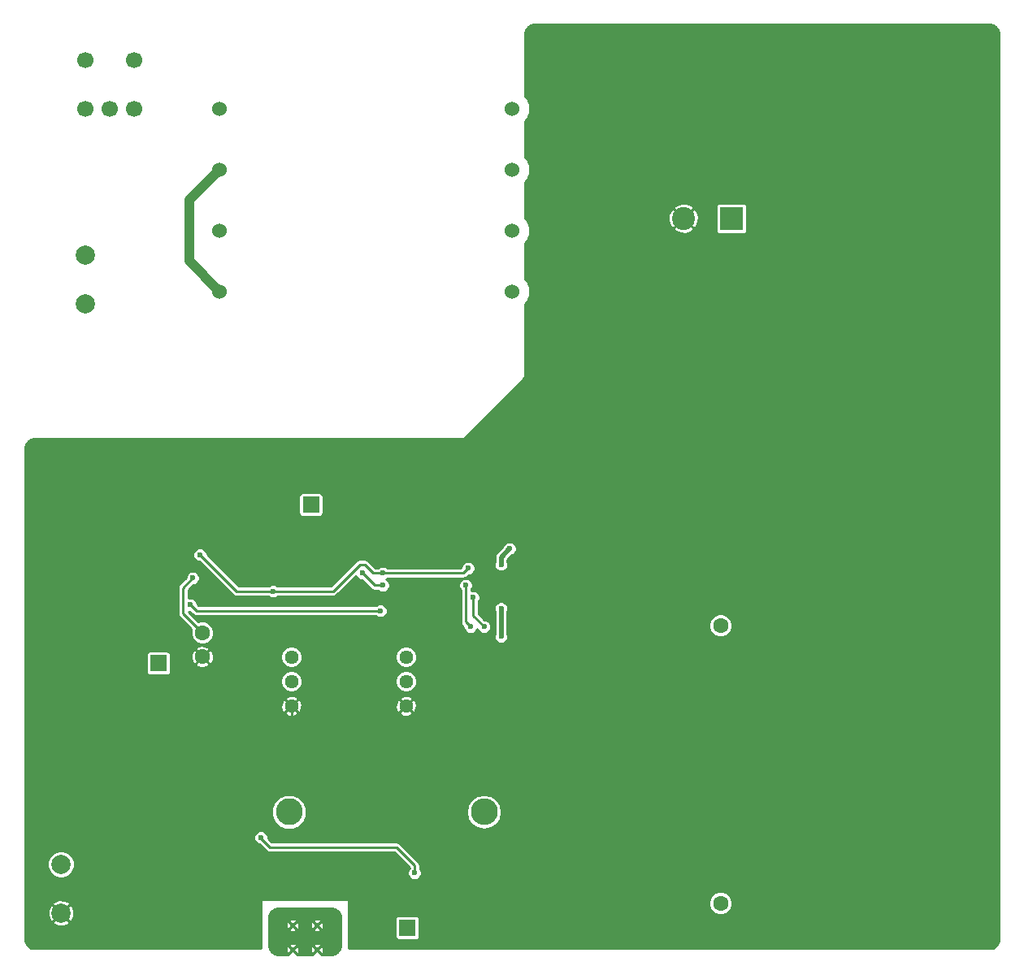
<source format=gbl>
G04 #@! TF.FileFunction,Copper,L2,Bot,Signal*
%FSLAX46Y46*%
G04 Gerber Fmt 4.6, Leading zero omitted, Abs format (unit mm)*
G04 Created by KiCad (PCBNEW 4.0.7) date 04/11/19 03:01:07*
%MOMM*%
%LPD*%
G01*
G04 APERTURE LIST*
%ADD10C,0.100000*%
%ADD11C,1.600000*%
%ADD12R,2.400000X2.400000*%
%ADD13C,2.400000*%
%ADD14C,0.600000*%
%ADD15C,2.000000*%
%ADD16C,2.800000*%
%ADD17O,2.800000X2.800000*%
%ADD18C,1.440000*%
%ADD19C,1.700000*%
%ADD20C,1.524000*%
%ADD21R,1.700000X1.700000*%
%ADD22C,0.500000*%
%ADD23C,0.250000*%
%ADD24C,1.000000*%
G04 APERTURE END LIST*
D10*
D11*
X118237000Y-85598000D03*
X118237000Y-114548000D03*
D12*
X119380000Y-43180000D03*
D13*
X114380000Y-43180000D03*
D11*
X64262000Y-86360000D03*
X64262000Y-88860000D03*
D14*
X73660000Y-119380000D03*
X76200000Y-119380000D03*
X76200000Y-116840000D03*
X73660000Y-116840000D03*
D15*
X52070000Y-46990000D03*
X52070000Y-52070000D03*
D16*
X73279000Y-105029000D03*
D17*
X93599000Y-105029000D03*
D18*
X85471000Y-88900000D03*
X85471000Y-91440000D03*
X85471000Y-93980000D03*
X73533000Y-88900000D03*
X73533000Y-91440000D03*
X73533000Y-93980000D03*
D19*
X52070000Y-26670000D03*
X57150000Y-26670000D03*
X52070000Y-31750000D03*
X54610000Y-31750000D03*
X57150000Y-31750000D03*
D20*
X66040000Y-31750000D03*
X66040000Y-38100000D03*
X66040000Y-44450000D03*
X66040000Y-50800000D03*
X96520000Y-31750000D03*
X96520000Y-38100000D03*
X96520000Y-44450000D03*
X96520000Y-50800000D03*
D15*
X49530000Y-110490000D03*
X49530000Y-115570000D03*
D21*
X75565000Y-73025000D03*
X59690000Y-89535000D03*
X85598000Y-117094000D03*
D14*
X95377000Y-86741000D03*
X95377000Y-83820000D03*
X95377000Y-79248000D03*
X96266000Y-77597000D03*
X98425000Y-53975000D03*
X98425000Y-55245000D03*
X98425000Y-56515000D03*
X98425000Y-59055000D03*
X98425000Y-57785000D03*
X62230000Y-117983000D03*
X62230000Y-116713000D03*
X76708000Y-75565000D03*
X129159000Y-76454000D03*
X129032000Y-70993000D03*
X132207000Y-73660000D03*
X64770000Y-99695000D03*
X63500000Y-99695000D03*
X62230000Y-99695000D03*
X62230000Y-100965000D03*
X62230000Y-102235000D03*
X62230000Y-103505000D03*
X48260000Y-107315000D03*
X49530000Y-107315000D03*
X50800000Y-107315000D03*
X52070000Y-107315000D03*
X53340000Y-106045000D03*
X54610000Y-104775000D03*
X57150000Y-104775000D03*
X58420000Y-104775000D03*
X62230000Y-104775000D03*
X60960000Y-104775000D03*
X62230000Y-115570000D03*
X60960000Y-115570000D03*
X52070000Y-115570000D03*
X53340000Y-115570000D03*
X54610000Y-115570000D03*
X57150000Y-115570000D03*
X58420000Y-115570000D03*
X86995000Y-114935000D03*
X88900000Y-114935000D03*
X90170000Y-113665000D03*
X91440000Y-112395000D03*
X92710000Y-111125000D03*
X93980000Y-109855000D03*
X95250000Y-108585000D03*
X96520000Y-107315000D03*
X97790000Y-106045000D03*
X97790000Y-104775000D03*
X97155000Y-102870000D03*
X97155000Y-100965000D03*
X97155000Y-99695000D03*
X97155000Y-98425000D03*
X97155000Y-97155000D03*
X97155000Y-95885000D03*
X97155000Y-94615000D03*
X97155000Y-93345000D03*
X97155000Y-92075000D03*
X97155000Y-90805000D03*
X97155000Y-89535000D03*
X97155000Y-88265000D03*
X97155000Y-86995000D03*
X98425000Y-86995000D03*
X99695000Y-86995000D03*
X100965000Y-86995000D03*
X102870000Y-86995000D03*
X104140000Y-86995000D03*
X105410000Y-85725000D03*
X106680000Y-84455000D03*
X107950000Y-83185000D03*
X109220000Y-81915000D03*
X110490000Y-80645000D03*
X116840000Y-79375000D03*
X116840000Y-78105000D03*
X116840000Y-76835000D03*
X116840000Y-75565000D03*
X116840000Y-74295000D03*
X116840000Y-73025000D03*
X115570000Y-73025000D03*
X114300000Y-73025000D03*
X113030000Y-73025000D03*
X113030000Y-74295000D03*
X113030000Y-75565000D03*
X113030000Y-76835000D03*
X113030000Y-78105000D03*
X111760000Y-79375000D03*
X90805000Y-92710000D03*
X89535000Y-93980000D03*
X88265000Y-95250000D03*
X81915000Y-95250000D03*
X80010000Y-95250000D03*
X80010000Y-93980000D03*
X80010000Y-92075000D03*
X77470000Y-92075000D03*
X77470000Y-93980000D03*
X77470000Y-95885000D03*
X76200000Y-97155000D03*
X74295000Y-97155000D03*
X72390000Y-97155000D03*
X70485000Y-97155000D03*
X69215000Y-95885000D03*
X69215000Y-93980000D03*
X69215000Y-92075000D03*
X67310000Y-92075000D03*
X65405000Y-92075000D03*
X63500000Y-92075000D03*
X61595000Y-92075000D03*
X59690000Y-92075000D03*
X57785000Y-92075000D03*
X57785000Y-90170000D03*
X57785000Y-88900000D03*
X57785000Y-86995000D03*
X57785000Y-85090000D03*
X57785000Y-83185000D03*
X57785000Y-81280000D03*
X57785000Y-79375000D03*
X57785000Y-77470000D03*
X57785000Y-75565000D03*
X59690000Y-75565000D03*
X60960000Y-75565000D03*
X62865000Y-75565000D03*
X64770000Y-75565000D03*
X66675000Y-75565000D03*
X68580000Y-75565000D03*
X70485000Y-75565000D03*
X72390000Y-75565000D03*
X74295000Y-75565000D03*
X78105000Y-75565000D03*
X80010000Y-75565000D03*
X81915000Y-75565000D03*
X83820000Y-75565000D03*
X85725000Y-75565000D03*
X87630000Y-75565000D03*
X89535000Y-75565000D03*
X91440000Y-75565000D03*
X93345000Y-75565000D03*
X95250000Y-75565000D03*
X96520000Y-74295000D03*
X97790000Y-73025000D03*
X97790000Y-71755000D03*
X97790000Y-70485000D03*
X97790000Y-69215000D03*
X97790000Y-67945000D03*
X97790000Y-66675000D03*
X97790000Y-65405000D03*
X97790000Y-64135000D03*
X97790000Y-62865000D03*
X97790000Y-61595000D03*
X97790000Y-60325000D03*
X93345000Y-92075000D03*
X92710000Y-93345000D03*
X91440000Y-94615000D03*
X90170000Y-95885000D03*
X88900000Y-97155000D03*
X87630000Y-98425000D03*
X86360000Y-98425000D03*
X85090000Y-98425000D03*
X83820000Y-98425000D03*
X82550000Y-98425000D03*
X81280000Y-98425000D03*
X80010000Y-98425000D03*
X78740000Y-98425000D03*
X77470000Y-99695000D03*
X76200000Y-100965000D03*
X111760000Y-55880000D03*
X146685000Y-60198000D03*
X146685000Y-56642000D03*
X146558000Y-37973000D03*
X146558000Y-34163000D03*
X66040000Y-99568000D03*
X80391000Y-114808000D03*
X81534000Y-112014000D03*
X86233000Y-113030000D03*
X71501000Y-79502000D03*
X117983000Y-70358000D03*
X91948000Y-78486000D03*
X101346000Y-49530000D03*
X114808000Y-27940000D03*
X111760000Y-63119000D03*
X111760000Y-65659000D03*
X94107000Y-81915000D03*
X97790000Y-83185000D03*
X101346000Y-83947000D03*
X103886000Y-78486000D03*
X109982000Y-78740000D03*
X59690000Y-104775000D03*
X55880000Y-104775000D03*
X59690000Y-115570000D03*
X55880000Y-115570000D03*
X62992000Y-83439000D03*
X82804000Y-84074000D03*
X80899000Y-80137000D03*
X83058000Y-81407000D03*
X64008000Y-78232000D03*
X71628000Y-82042000D03*
X83058000Y-80137000D03*
X91948000Y-79629000D03*
X63258000Y-80657000D03*
X86360000Y-111379000D03*
X70358000Y-107696000D03*
X93599000Y-85725000D03*
X92456000Y-82677000D03*
X91694000Y-81407000D03*
X92202000Y-85725000D03*
D22*
X95377000Y-83820000D02*
X95377000Y-86741000D01*
X95377000Y-78486000D02*
X95377000Y-79248000D01*
X96266000Y-77597000D02*
X95377000Y-78486000D01*
D23*
X98425000Y-53975000D02*
X98425000Y-53340000D01*
X98425000Y-53340000D02*
X101346000Y-50419000D01*
X101346000Y-50419000D02*
X101346000Y-49530000D01*
X98425000Y-55245000D02*
X98425000Y-56515000D01*
X98425000Y-59055000D02*
X98425000Y-57785000D01*
X62230000Y-116713000D02*
X62230000Y-117983000D01*
X76708000Y-75565000D02*
X74295000Y-75565000D01*
X64770000Y-99695000D02*
X65913000Y-99695000D01*
X65913000Y-99695000D02*
X66040000Y-99568000D01*
X62230000Y-99695000D02*
X63500000Y-99695000D01*
X62230000Y-102235000D02*
X62230000Y-100965000D01*
X62230000Y-104775000D02*
X62230000Y-103505000D01*
X50800000Y-107315000D02*
X49530000Y-107315000D01*
X53340000Y-106045000D02*
X52070000Y-107315000D01*
X57150000Y-104775000D02*
X55880000Y-104775000D01*
X59690000Y-104775000D02*
X58420000Y-104775000D01*
X59690000Y-104775000D02*
X60960000Y-104775000D01*
X59690000Y-115570000D02*
X60960000Y-115570000D01*
X54610000Y-115570000D02*
X53340000Y-115570000D01*
X58420000Y-115570000D02*
X57150000Y-115570000D01*
X88900000Y-114935000D02*
X86995000Y-114935000D01*
X91440000Y-112395000D02*
X90170000Y-113665000D01*
X93980000Y-109855000D02*
X92710000Y-111125000D01*
X96520000Y-107315000D02*
X95250000Y-108585000D01*
X97790000Y-104775000D02*
X97790000Y-106045000D01*
X97155000Y-100965000D02*
X97155000Y-102870000D01*
X97155000Y-98425000D02*
X97155000Y-99695000D01*
X97155000Y-95885000D02*
X97155000Y-97155000D01*
X97155000Y-93345000D02*
X97155000Y-94615000D01*
X97155000Y-90805000D02*
X97155000Y-92075000D01*
X97155000Y-88265000D02*
X97155000Y-89535000D01*
X98425000Y-86995000D02*
X97155000Y-86995000D01*
X100965000Y-86995000D02*
X99695000Y-86995000D01*
X104140000Y-86995000D02*
X102870000Y-86995000D01*
X106680000Y-84455000D02*
X105410000Y-85725000D01*
X109220000Y-81915000D02*
X107950000Y-83185000D01*
X111760000Y-79375000D02*
X110490000Y-80645000D01*
X116840000Y-76835000D02*
X116840000Y-78105000D01*
X116840000Y-74295000D02*
X116840000Y-75565000D01*
X115570000Y-73025000D02*
X116840000Y-73025000D01*
X113030000Y-73025000D02*
X114300000Y-73025000D01*
X113030000Y-75565000D02*
X113030000Y-74295000D01*
X113030000Y-78105000D02*
X113030000Y-76835000D01*
X109982000Y-78740000D02*
X111125000Y-78740000D01*
X111125000Y-78740000D02*
X111760000Y-79375000D01*
X89535000Y-93980000D02*
X90805000Y-92710000D01*
X81915000Y-95250000D02*
X88265000Y-95250000D01*
X80010000Y-93980000D02*
X80010000Y-95250000D01*
X77470000Y-92075000D02*
X80010000Y-92075000D01*
X77470000Y-95885000D02*
X77470000Y-93980000D01*
X74295000Y-97155000D02*
X76200000Y-97155000D01*
X70485000Y-97155000D02*
X72390000Y-97155000D01*
X69215000Y-93980000D02*
X69215000Y-95885000D01*
X67310000Y-92075000D02*
X69215000Y-92075000D01*
X63500000Y-92075000D02*
X65405000Y-92075000D01*
X59690000Y-92075000D02*
X61595000Y-92075000D01*
X57785000Y-90170000D02*
X57785000Y-92075000D01*
X57785000Y-86995000D02*
X57785000Y-88900000D01*
X57785000Y-83185000D02*
X57785000Y-85090000D01*
X57785000Y-79375000D02*
X57785000Y-81280000D01*
X57785000Y-75565000D02*
X57785000Y-77470000D01*
X60960000Y-75565000D02*
X59690000Y-75565000D01*
X64770000Y-75565000D02*
X62865000Y-75565000D01*
X68580000Y-75565000D02*
X66675000Y-75565000D01*
X72390000Y-75565000D02*
X70485000Y-75565000D01*
X80010000Y-75565000D02*
X78105000Y-75565000D01*
X83820000Y-75565000D02*
X81915000Y-75565000D01*
X87630000Y-75565000D02*
X85725000Y-75565000D01*
X91440000Y-75565000D02*
X89535000Y-75565000D01*
X95250000Y-75565000D02*
X93345000Y-75565000D01*
X97790000Y-73025000D02*
X96520000Y-74295000D01*
X97790000Y-70485000D02*
X97790000Y-71755000D01*
X97790000Y-67945000D02*
X97790000Y-69215000D01*
X97790000Y-65405000D02*
X97790000Y-66675000D01*
X97790000Y-62865000D02*
X97790000Y-64135000D01*
X97790000Y-60325000D02*
X97790000Y-61595000D01*
X92710000Y-93345000D02*
X93345000Y-92710000D01*
X93345000Y-92710000D02*
X93345000Y-92075000D01*
X90170000Y-95885000D02*
X91440000Y-94615000D01*
X87630000Y-98425000D02*
X88900000Y-97155000D01*
X85090000Y-98425000D02*
X86360000Y-98425000D01*
X82550000Y-98425000D02*
X83820000Y-98425000D01*
X78740000Y-98425000D02*
X80010000Y-98425000D01*
X73533000Y-93980000D02*
X73533000Y-98298000D01*
X73533000Y-98298000D02*
X76200000Y-100965000D01*
X117983000Y-70358000D02*
X117983000Y-70485000D01*
X117983000Y-70485000D02*
X117983000Y-70358000D01*
X78994000Y-84074000D02*
X63627000Y-84074000D01*
X63627000Y-84074000D02*
X62992000Y-83439000D01*
X82804000Y-84074000D02*
X78994000Y-84074000D01*
X83058000Y-81407000D02*
X82169000Y-81407000D01*
X82169000Y-81407000D02*
X80899000Y-80137000D01*
X83058000Y-81407000D02*
X82931000Y-81407000D01*
X67945000Y-82042000D02*
X67818000Y-82042000D01*
X67818000Y-82042000D02*
X64008000Y-78232000D01*
X71628000Y-82042000D02*
X67945000Y-82042000D01*
X80645000Y-79248000D02*
X77851000Y-82042000D01*
X77851000Y-82042000D02*
X71628000Y-82042000D01*
X81153000Y-79248000D02*
X80645000Y-79248000D01*
X82042000Y-80137000D02*
X81153000Y-79248000D01*
X83058000Y-80137000D02*
X82042000Y-80137000D01*
X91440000Y-80137000D02*
X83058000Y-80137000D01*
X91948000Y-79629000D02*
X91440000Y-80137000D01*
X63258000Y-80657000D02*
X62230000Y-81685000D01*
X62230000Y-81685000D02*
X62230000Y-84328000D01*
X62230000Y-84328000D02*
X64262000Y-86360000D01*
X84455000Y-108712000D02*
X86360000Y-110617000D01*
X86360000Y-110617000D02*
X86360000Y-111379000D01*
X71247000Y-108712000D02*
X84455000Y-108712000D01*
X70358000Y-107823000D02*
X71247000Y-108712000D01*
X70358000Y-107696000D02*
X70358000Y-107823000D01*
X92456000Y-82677000D02*
X92456000Y-84582000D01*
X92456000Y-84582000D02*
X93599000Y-85725000D01*
D24*
X66040000Y-38100000D02*
X62865000Y-41275000D01*
X62865000Y-41275000D02*
X62865000Y-47625000D01*
X62865000Y-47625000D02*
X66040000Y-50800000D01*
D23*
X91694000Y-81407000D02*
X91694000Y-85217000D01*
X91694000Y-85217000D02*
X92202000Y-85725000D01*
G36*
X146653910Y-23053867D02*
X146936987Y-23243013D01*
X147126133Y-23526090D01*
X147195000Y-23872310D01*
X147195000Y-118367690D01*
X147126133Y-118713910D01*
X146936987Y-118996987D01*
X146653910Y-119186133D01*
X146307690Y-119255000D01*
X79500000Y-119255000D01*
X79500000Y-116244000D01*
X84314674Y-116244000D01*
X84314674Y-117944000D01*
X84344309Y-118101496D01*
X84437389Y-118246146D01*
X84579412Y-118343186D01*
X84748000Y-118377326D01*
X86448000Y-118377326D01*
X86605496Y-118347691D01*
X86750146Y-118254611D01*
X86847186Y-118112588D01*
X86881326Y-117944000D01*
X86881326Y-116244000D01*
X86851691Y-116086504D01*
X86758611Y-115941854D01*
X86616588Y-115844814D01*
X86448000Y-115810674D01*
X84748000Y-115810674D01*
X84590504Y-115840309D01*
X84445854Y-115933389D01*
X84348814Y-116075412D01*
X84314674Y-116244000D01*
X79500000Y-116244000D01*
X79500000Y-114790599D01*
X117011788Y-114790599D01*
X117197890Y-115241000D01*
X117542187Y-115585899D01*
X117992263Y-115772787D01*
X118479599Y-115773212D01*
X118930000Y-115587110D01*
X119274899Y-115242813D01*
X119461787Y-114792737D01*
X119462212Y-114305401D01*
X119276110Y-113855000D01*
X118931813Y-113510101D01*
X118481737Y-113323213D01*
X117994401Y-113322788D01*
X117544000Y-113508890D01*
X117199101Y-113853187D01*
X117012213Y-114303263D01*
X117011788Y-114790599D01*
X79500000Y-114790599D01*
X79500000Y-114300000D01*
X79491451Y-114254568D01*
X79464601Y-114212841D01*
X79423632Y-114184848D01*
X79375000Y-114175000D01*
X70485000Y-114175000D01*
X70439568Y-114183549D01*
X70397841Y-114210399D01*
X70369848Y-114251368D01*
X70360000Y-114300000D01*
X70360000Y-119255000D01*
X46732310Y-119255000D01*
X46386090Y-119186133D01*
X46103013Y-118996987D01*
X45913867Y-118713910D01*
X45845000Y-118367690D01*
X45845000Y-116495926D01*
X48604781Y-116495926D01*
X48705767Y-116705310D01*
X49202973Y-116934310D01*
X49749965Y-116955605D01*
X50263470Y-116765956D01*
X50354233Y-116705310D01*
X50455219Y-116495926D01*
X49530000Y-115570707D01*
X48604781Y-116495926D01*
X45845000Y-116495926D01*
X45845000Y-115789965D01*
X48144395Y-115789965D01*
X48334044Y-116303470D01*
X48394690Y-116394233D01*
X48604074Y-116495219D01*
X49529293Y-115570000D01*
X49530707Y-115570000D01*
X50455926Y-116495219D01*
X50665310Y-116394233D01*
X50894310Y-115897027D01*
X50915605Y-115350035D01*
X50725956Y-114836530D01*
X50665310Y-114745767D01*
X50455926Y-114644781D01*
X49530707Y-115570000D01*
X49529293Y-115570000D01*
X48604074Y-114644781D01*
X48394690Y-114745767D01*
X48165690Y-115242973D01*
X48144395Y-115789965D01*
X45845000Y-115789965D01*
X45845000Y-114644074D01*
X48604781Y-114644074D01*
X49530000Y-115569293D01*
X50455219Y-114644074D01*
X50354233Y-114434690D01*
X49857027Y-114205690D01*
X49310035Y-114184395D01*
X48796530Y-114374044D01*
X48705767Y-114434690D01*
X48604781Y-114644074D01*
X45845000Y-114644074D01*
X45845000Y-110772206D01*
X48104754Y-110772206D01*
X48321240Y-111296143D01*
X48721749Y-111697351D01*
X49245307Y-111914752D01*
X49812206Y-111915246D01*
X50336143Y-111698760D01*
X50737351Y-111298251D01*
X50954752Y-110774693D01*
X50955246Y-110207794D01*
X50738760Y-109683857D01*
X50338251Y-109282649D01*
X49814693Y-109065248D01*
X49247794Y-109064754D01*
X48723857Y-109281240D01*
X48322649Y-109681749D01*
X48105248Y-110205307D01*
X48104754Y-110772206D01*
X45845000Y-110772206D01*
X45845000Y-107839579D01*
X69632874Y-107839579D01*
X69743016Y-108106143D01*
X69946784Y-108310267D01*
X70153132Y-108395950D01*
X70858091Y-109100909D01*
X71036524Y-109220134D01*
X71247000Y-109262000D01*
X84227182Y-109262000D01*
X85810000Y-110844818D01*
X85810000Y-110903629D01*
X85745733Y-110967784D01*
X85635126Y-111234156D01*
X85634874Y-111522579D01*
X85745016Y-111789143D01*
X85948784Y-111993267D01*
X86215156Y-112103874D01*
X86503579Y-112104126D01*
X86770143Y-111993984D01*
X86974267Y-111790216D01*
X87084874Y-111523844D01*
X87085126Y-111235421D01*
X86974984Y-110968857D01*
X86910000Y-110903759D01*
X86910000Y-110617000D01*
X86868134Y-110406524D01*
X86748909Y-110228091D01*
X84843909Y-108323091D01*
X84665476Y-108203866D01*
X84455000Y-108162000D01*
X71474818Y-108162000D01*
X71082936Y-107770118D01*
X71083126Y-107552421D01*
X70972984Y-107285857D01*
X70769216Y-107081733D01*
X70502844Y-106971126D01*
X70214421Y-106970874D01*
X69947857Y-107081016D01*
X69743733Y-107284784D01*
X69633126Y-107551156D01*
X69632874Y-107839579D01*
X45845000Y-107839579D01*
X45845000Y-105390422D01*
X71453684Y-105390422D01*
X71730938Y-106061429D01*
X72243871Y-106575258D01*
X72914392Y-106853683D01*
X73640422Y-106854316D01*
X74311429Y-106577062D01*
X74825258Y-106064129D01*
X75103683Y-105393608D01*
X75104000Y-105029000D01*
X91738246Y-105029000D01*
X91877166Y-105727397D01*
X92272776Y-106319470D01*
X92864849Y-106715080D01*
X93563246Y-106854000D01*
X93634754Y-106854000D01*
X94333151Y-106715080D01*
X94925224Y-106319470D01*
X95320834Y-105727397D01*
X95459754Y-105029000D01*
X95320834Y-104330603D01*
X94925224Y-103738530D01*
X94333151Y-103342920D01*
X93634754Y-103204000D01*
X93563246Y-103204000D01*
X92864849Y-103342920D01*
X92272776Y-103738530D01*
X91877166Y-104330603D01*
X91738246Y-105029000D01*
X75104000Y-105029000D01*
X75104316Y-104667578D01*
X74827062Y-103996571D01*
X74314129Y-103482742D01*
X73643608Y-103204317D01*
X72917578Y-103203684D01*
X72246571Y-103480938D01*
X71732742Y-103993871D01*
X71454317Y-104664392D01*
X71453684Y-105390422D01*
X45845000Y-105390422D01*
X45845000Y-94704058D01*
X72809650Y-94704058D01*
X72876571Y-94884348D01*
X73272618Y-95066713D01*
X73708305Y-95083636D01*
X74117304Y-94932540D01*
X74189429Y-94884348D01*
X74256350Y-94704058D01*
X84747650Y-94704058D01*
X84814571Y-94884348D01*
X85210618Y-95066713D01*
X85646305Y-95083636D01*
X86055304Y-94932540D01*
X86127429Y-94884348D01*
X86194350Y-94704058D01*
X85471000Y-93980707D01*
X84747650Y-94704058D01*
X74256350Y-94704058D01*
X73533000Y-93980707D01*
X72809650Y-94704058D01*
X45845000Y-94704058D01*
X45845000Y-94155305D01*
X72429364Y-94155305D01*
X72580460Y-94564304D01*
X72628652Y-94636429D01*
X72808942Y-94703350D01*
X73532293Y-93980000D01*
X73533707Y-93980000D01*
X74257058Y-94703350D01*
X74437348Y-94636429D01*
X74619713Y-94240382D01*
X74623017Y-94155305D01*
X84367364Y-94155305D01*
X84518460Y-94564304D01*
X84566652Y-94636429D01*
X84746942Y-94703350D01*
X85470293Y-93980000D01*
X85471707Y-93980000D01*
X86195058Y-94703350D01*
X86375348Y-94636429D01*
X86557713Y-94240382D01*
X86574636Y-93804695D01*
X86423540Y-93395696D01*
X86375348Y-93323571D01*
X86195058Y-93256650D01*
X85471707Y-93980000D01*
X85470293Y-93980000D01*
X84746942Y-93256650D01*
X84566652Y-93323571D01*
X84384287Y-93719618D01*
X84367364Y-94155305D01*
X74623017Y-94155305D01*
X74636636Y-93804695D01*
X74485540Y-93395696D01*
X74437348Y-93323571D01*
X74257058Y-93256650D01*
X73533707Y-93980000D01*
X73532293Y-93980000D01*
X72808942Y-93256650D01*
X72628652Y-93323571D01*
X72446287Y-93719618D01*
X72429364Y-94155305D01*
X45845000Y-94155305D01*
X45845000Y-93255942D01*
X72809650Y-93255942D01*
X73533000Y-93979293D01*
X74256350Y-93255942D01*
X84747650Y-93255942D01*
X85471000Y-93979293D01*
X86194350Y-93255942D01*
X86127429Y-93075652D01*
X85731382Y-92893287D01*
X85295695Y-92876364D01*
X84886696Y-93027460D01*
X84814571Y-93075652D01*
X84747650Y-93255942D01*
X74256350Y-93255942D01*
X74189429Y-93075652D01*
X73793382Y-92893287D01*
X73357695Y-92876364D01*
X72948696Y-93027460D01*
X72876571Y-93075652D01*
X72809650Y-93255942D01*
X45845000Y-93255942D01*
X45845000Y-91666755D01*
X72387802Y-91666755D01*
X72561750Y-92087743D01*
X72883563Y-92410118D01*
X73304246Y-92584801D01*
X73759755Y-92585198D01*
X74180743Y-92411250D01*
X74503118Y-92089437D01*
X74677801Y-91668754D01*
X74677802Y-91666755D01*
X84325802Y-91666755D01*
X84499750Y-92087743D01*
X84821563Y-92410118D01*
X85242246Y-92584801D01*
X85697755Y-92585198D01*
X86118743Y-92411250D01*
X86441118Y-92089437D01*
X86615801Y-91668754D01*
X86616198Y-91213245D01*
X86442250Y-90792257D01*
X86120437Y-90469882D01*
X85699754Y-90295199D01*
X85244245Y-90294802D01*
X84823257Y-90468750D01*
X84500882Y-90790563D01*
X84326199Y-91211246D01*
X84325802Y-91666755D01*
X74677802Y-91666755D01*
X74678198Y-91213245D01*
X74504250Y-90792257D01*
X74182437Y-90469882D01*
X73761754Y-90295199D01*
X73306245Y-90294802D01*
X72885257Y-90468750D01*
X72562882Y-90790563D01*
X72388199Y-91211246D01*
X72387802Y-91666755D01*
X45845000Y-91666755D01*
X45845000Y-88685000D01*
X58406674Y-88685000D01*
X58406674Y-90385000D01*
X58436309Y-90542496D01*
X58529389Y-90687146D01*
X58671412Y-90784186D01*
X58840000Y-90818326D01*
X60540000Y-90818326D01*
X60697496Y-90788691D01*
X60842146Y-90695611D01*
X60939186Y-90553588D01*
X60973326Y-90385000D01*
X60973326Y-89641734D01*
X63480973Y-89641734D01*
X63557627Y-89830337D01*
X63982576Y-90026027D01*
X64450065Y-90044199D01*
X64888922Y-89882087D01*
X64966373Y-89830337D01*
X65043027Y-89641734D01*
X64262000Y-88860707D01*
X63480973Y-89641734D01*
X60973326Y-89641734D01*
X60973326Y-89048065D01*
X63077801Y-89048065D01*
X63239913Y-89486922D01*
X63291663Y-89564373D01*
X63480266Y-89641027D01*
X64261293Y-88860000D01*
X64262707Y-88860000D01*
X65043734Y-89641027D01*
X65232337Y-89564373D01*
X65428027Y-89139424D01*
X65428519Y-89126755D01*
X72387802Y-89126755D01*
X72561750Y-89547743D01*
X72883563Y-89870118D01*
X73304246Y-90044801D01*
X73759755Y-90045198D01*
X74180743Y-89871250D01*
X74503118Y-89549437D01*
X74677801Y-89128754D01*
X74677802Y-89126755D01*
X84325802Y-89126755D01*
X84499750Y-89547743D01*
X84821563Y-89870118D01*
X85242246Y-90044801D01*
X85697755Y-90045198D01*
X86118743Y-89871250D01*
X86441118Y-89549437D01*
X86615801Y-89128754D01*
X86616198Y-88673245D01*
X86442250Y-88252257D01*
X86120437Y-87929882D01*
X85699754Y-87755199D01*
X85244245Y-87754802D01*
X84823257Y-87928750D01*
X84500882Y-88250563D01*
X84326199Y-88671246D01*
X84325802Y-89126755D01*
X74677802Y-89126755D01*
X74678198Y-88673245D01*
X74504250Y-88252257D01*
X74182437Y-87929882D01*
X73761754Y-87755199D01*
X73306245Y-87754802D01*
X72885257Y-87928750D01*
X72562882Y-88250563D01*
X72388199Y-88671246D01*
X72387802Y-89126755D01*
X65428519Y-89126755D01*
X65446199Y-88671935D01*
X65284087Y-88233078D01*
X65232337Y-88155627D01*
X65043734Y-88078973D01*
X64262707Y-88860000D01*
X64261293Y-88860000D01*
X63480266Y-88078973D01*
X63291663Y-88155627D01*
X63095973Y-88580576D01*
X63077801Y-89048065D01*
X60973326Y-89048065D01*
X60973326Y-88685000D01*
X60943691Y-88527504D01*
X60850611Y-88382854D01*
X60708588Y-88285814D01*
X60540000Y-88251674D01*
X58840000Y-88251674D01*
X58682504Y-88281309D01*
X58537854Y-88374389D01*
X58440814Y-88516412D01*
X58406674Y-88685000D01*
X45845000Y-88685000D01*
X45845000Y-88078266D01*
X63480973Y-88078266D01*
X64262000Y-88859293D01*
X65043027Y-88078266D01*
X64966373Y-87889663D01*
X64541424Y-87693973D01*
X64073935Y-87675801D01*
X63635078Y-87837913D01*
X63557627Y-87889663D01*
X63480973Y-88078266D01*
X45845000Y-88078266D01*
X45845000Y-81685000D01*
X61680000Y-81685000D01*
X61680000Y-84328000D01*
X61721866Y-84538476D01*
X61841091Y-84716909D01*
X63096549Y-85972367D01*
X63037213Y-86115263D01*
X63036788Y-86602599D01*
X63222890Y-87053000D01*
X63567187Y-87397899D01*
X64017263Y-87584787D01*
X64504599Y-87585212D01*
X64955000Y-87399110D01*
X65299899Y-87054813D01*
X65486787Y-86604737D01*
X65487212Y-86117401D01*
X65301110Y-85667000D01*
X64956813Y-85322101D01*
X64506737Y-85135213D01*
X64019401Y-85134788D01*
X63874484Y-85194666D01*
X62841232Y-84161414D01*
X62847156Y-84163874D01*
X62939137Y-84163954D01*
X63238089Y-84462906D01*
X63238091Y-84462909D01*
X63361138Y-84545126D01*
X63416524Y-84582134D01*
X63627000Y-84624001D01*
X63627005Y-84624000D01*
X82328629Y-84624000D01*
X82392784Y-84688267D01*
X82659156Y-84798874D01*
X82947579Y-84799126D01*
X83214143Y-84688984D01*
X83418267Y-84485216D01*
X83528874Y-84218844D01*
X83529126Y-83930421D01*
X83418984Y-83663857D01*
X83215216Y-83459733D01*
X82948844Y-83349126D01*
X82660421Y-83348874D01*
X82393857Y-83459016D01*
X82328759Y-83524000D01*
X63854817Y-83524000D01*
X63717047Y-83386229D01*
X63717126Y-83295421D01*
X63606984Y-83028857D01*
X63403216Y-82824733D01*
X63136844Y-82714126D01*
X62848421Y-82713874D01*
X62780000Y-82742145D01*
X62780000Y-81912818D01*
X63310771Y-81382047D01*
X63401579Y-81382126D01*
X63668143Y-81271984D01*
X63872267Y-81068216D01*
X63982874Y-80801844D01*
X63983126Y-80513421D01*
X63872984Y-80246857D01*
X63669216Y-80042733D01*
X63402844Y-79932126D01*
X63114421Y-79931874D01*
X62847857Y-80042016D01*
X62643733Y-80245784D01*
X62533126Y-80512156D01*
X62533046Y-80604137D01*
X61841091Y-81296091D01*
X61721866Y-81474524D01*
X61680000Y-81685000D01*
X45845000Y-81685000D01*
X45845000Y-78375579D01*
X63282874Y-78375579D01*
X63393016Y-78642143D01*
X63596784Y-78846267D01*
X63863156Y-78956874D01*
X63955136Y-78956954D01*
X67429089Y-82430906D01*
X67429091Y-82430909D01*
X67482393Y-82466524D01*
X67607524Y-82550134D01*
X67818000Y-82592001D01*
X67818005Y-82592000D01*
X71152629Y-82592000D01*
X71216784Y-82656267D01*
X71483156Y-82766874D01*
X71771579Y-82767126D01*
X72038143Y-82656984D01*
X72103241Y-82592000D01*
X77851000Y-82592000D01*
X78061476Y-82550134D01*
X78239909Y-82430909D01*
X80237135Y-80433683D01*
X80284016Y-80547143D01*
X80487784Y-80751267D01*
X80754156Y-80861874D01*
X80846136Y-80861954D01*
X81780091Y-81795909D01*
X81958524Y-81915134D01*
X82169000Y-81957000D01*
X82582629Y-81957000D01*
X82646784Y-82021267D01*
X82913156Y-82131874D01*
X83201579Y-82132126D01*
X83468143Y-82021984D01*
X83672267Y-81818216D01*
X83782874Y-81551844D01*
X83782875Y-81550579D01*
X90968874Y-81550579D01*
X91079016Y-81817143D01*
X91144000Y-81882241D01*
X91144000Y-85217000D01*
X91185866Y-85427476D01*
X91305091Y-85605909D01*
X91476953Y-85777771D01*
X91476874Y-85868579D01*
X91587016Y-86135143D01*
X91790784Y-86339267D01*
X92057156Y-86449874D01*
X92345579Y-86450126D01*
X92612143Y-86339984D01*
X92816267Y-86136216D01*
X92900571Y-85933190D01*
X92984016Y-86135143D01*
X93187784Y-86339267D01*
X93454156Y-86449874D01*
X93742579Y-86450126D01*
X94009143Y-86339984D01*
X94213267Y-86136216D01*
X94323874Y-85869844D01*
X94324126Y-85581421D01*
X94213984Y-85314857D01*
X94010216Y-85110733D01*
X93743844Y-85000126D01*
X93651864Y-85000046D01*
X93006000Y-84354182D01*
X93006000Y-83963579D01*
X94651874Y-83963579D01*
X94702000Y-84084893D01*
X94702000Y-86476046D01*
X94652126Y-86596156D01*
X94651874Y-86884579D01*
X94762016Y-87151143D01*
X94965784Y-87355267D01*
X95232156Y-87465874D01*
X95520579Y-87466126D01*
X95787143Y-87355984D01*
X95991267Y-87152216D01*
X96101874Y-86885844D01*
X96102126Y-86597421D01*
X96052000Y-86476107D01*
X96052000Y-85840599D01*
X117011788Y-85840599D01*
X117197890Y-86291000D01*
X117542187Y-86635899D01*
X117992263Y-86822787D01*
X118479599Y-86823212D01*
X118930000Y-86637110D01*
X119274899Y-86292813D01*
X119461787Y-85842737D01*
X119462212Y-85355401D01*
X119276110Y-84905000D01*
X118931813Y-84560101D01*
X118481737Y-84373213D01*
X117994401Y-84372788D01*
X117544000Y-84558890D01*
X117199101Y-84903187D01*
X117012213Y-85353263D01*
X117011788Y-85840599D01*
X96052000Y-85840599D01*
X96052000Y-84084954D01*
X96101874Y-83964844D01*
X96102126Y-83676421D01*
X95991984Y-83409857D01*
X95788216Y-83205733D01*
X95521844Y-83095126D01*
X95233421Y-83094874D01*
X94966857Y-83205016D01*
X94762733Y-83408784D01*
X94652126Y-83675156D01*
X94651874Y-83963579D01*
X93006000Y-83963579D01*
X93006000Y-83152371D01*
X93070267Y-83088216D01*
X93180874Y-82821844D01*
X93181126Y-82533421D01*
X93070984Y-82266857D01*
X92867216Y-82062733D01*
X92600844Y-81952126D01*
X92312421Y-81951874D01*
X92244000Y-81980145D01*
X92244000Y-81882371D01*
X92308267Y-81818216D01*
X92418874Y-81551844D01*
X92419126Y-81263421D01*
X92308984Y-80996857D01*
X92105216Y-80792733D01*
X91838844Y-80682126D01*
X91550421Y-80681874D01*
X91283857Y-80792016D01*
X91079733Y-80995784D01*
X90969126Y-81262156D01*
X90968874Y-81550579D01*
X83782875Y-81550579D01*
X83783126Y-81263421D01*
X83672984Y-80996857D01*
X83469216Y-80792733D01*
X83419492Y-80772086D01*
X83468143Y-80751984D01*
X83533241Y-80687000D01*
X91440000Y-80687000D01*
X91650476Y-80645134D01*
X91828909Y-80525909D01*
X92000771Y-80354047D01*
X92091579Y-80354126D01*
X92358143Y-80243984D01*
X92562267Y-80040216D01*
X92672874Y-79773844D01*
X92673126Y-79485421D01*
X92634352Y-79391579D01*
X94651874Y-79391579D01*
X94762016Y-79658143D01*
X94965784Y-79862267D01*
X95232156Y-79972874D01*
X95520579Y-79973126D01*
X95787143Y-79862984D01*
X95991267Y-79659216D01*
X96101874Y-79392844D01*
X96102126Y-79104421D01*
X96052000Y-78983107D01*
X96052000Y-78765594D01*
X96555945Y-78261649D01*
X96676143Y-78211984D01*
X96880267Y-78008216D01*
X96990874Y-77741844D01*
X96991126Y-77453421D01*
X96880984Y-77186857D01*
X96677216Y-76982733D01*
X96410844Y-76872126D01*
X96122421Y-76871874D01*
X95855857Y-76982016D01*
X95651733Y-77185784D01*
X95601396Y-77307010D01*
X94899703Y-78008703D01*
X94753381Y-78227688D01*
X94734596Y-78322126D01*
X94702000Y-78486000D01*
X94702000Y-78983046D01*
X94652126Y-79103156D01*
X94651874Y-79391579D01*
X92634352Y-79391579D01*
X92562984Y-79218857D01*
X92359216Y-79014733D01*
X92092844Y-78904126D01*
X91804421Y-78903874D01*
X91537857Y-79014016D01*
X91333733Y-79217784D01*
X91223126Y-79484156D01*
X91223046Y-79576137D01*
X91212182Y-79587000D01*
X83533371Y-79587000D01*
X83469216Y-79522733D01*
X83202844Y-79412126D01*
X82914421Y-79411874D01*
X82647857Y-79522016D01*
X82582759Y-79587000D01*
X82269818Y-79587000D01*
X81541909Y-78859091D01*
X81363476Y-78739866D01*
X81153000Y-78698000D01*
X80645005Y-78698000D01*
X80645000Y-78697999D01*
X80434524Y-78739866D01*
X80256091Y-78859091D01*
X77623182Y-81492000D01*
X72103371Y-81492000D01*
X72039216Y-81427733D01*
X71772844Y-81317126D01*
X71484421Y-81316874D01*
X71217857Y-81427016D01*
X71152759Y-81492000D01*
X68045817Y-81492000D01*
X64733047Y-78179229D01*
X64733126Y-78088421D01*
X64622984Y-77821857D01*
X64419216Y-77617733D01*
X64152844Y-77507126D01*
X63864421Y-77506874D01*
X63597857Y-77617016D01*
X63393733Y-77820784D01*
X63283126Y-78087156D01*
X63282874Y-78375579D01*
X45845000Y-78375579D01*
X45845000Y-72175000D01*
X74281674Y-72175000D01*
X74281674Y-73875000D01*
X74311309Y-74032496D01*
X74404389Y-74177146D01*
X74546412Y-74274186D01*
X74715000Y-74308326D01*
X76415000Y-74308326D01*
X76572496Y-74278691D01*
X76717146Y-74185611D01*
X76814186Y-74043588D01*
X76848326Y-73875000D01*
X76848326Y-72175000D01*
X76818691Y-72017504D01*
X76725611Y-71872854D01*
X76583588Y-71775814D01*
X76415000Y-71741674D01*
X74715000Y-71741674D01*
X74557504Y-71771309D01*
X74412854Y-71864389D01*
X74315814Y-72006412D01*
X74281674Y-72175000D01*
X45845000Y-72175000D01*
X45845000Y-67052310D01*
X45913867Y-66706090D01*
X46103013Y-66423013D01*
X46386090Y-66233867D01*
X46732310Y-66165000D01*
X91440000Y-66165000D01*
X91487037Y-66155813D01*
X91528388Y-66128388D01*
X97585495Y-60071281D01*
X97601041Y-60052339D01*
X97817814Y-59727916D01*
X97836478Y-59682856D01*
X97912598Y-59300172D01*
X97915000Y-59275786D01*
X97915000Y-52073728D01*
X98118788Y-51870296D01*
X98406672Y-51176994D01*
X98407327Y-50426299D01*
X98120654Y-49732497D01*
X97915000Y-49526484D01*
X97915000Y-45723728D01*
X98118788Y-45520296D01*
X98406672Y-44826994D01*
X98407175Y-44250118D01*
X113310589Y-44250118D01*
X113435907Y-44480284D01*
X114005369Y-44742594D01*
X114631865Y-44767014D01*
X115220017Y-44549826D01*
X115324093Y-44480284D01*
X115449411Y-44250118D01*
X114380000Y-43180707D01*
X113310589Y-44250118D01*
X98407175Y-44250118D01*
X98407327Y-44076299D01*
X98141053Y-43431865D01*
X112792986Y-43431865D01*
X113010174Y-44020017D01*
X113079716Y-44124093D01*
X113309882Y-44249411D01*
X114379293Y-43180000D01*
X114380707Y-43180000D01*
X115450118Y-44249411D01*
X115680284Y-44124093D01*
X115942594Y-43554631D01*
X115967014Y-42928135D01*
X115749826Y-42339983D01*
X115680284Y-42235907D01*
X115450118Y-42110589D01*
X114380707Y-43180000D01*
X114379293Y-43180000D01*
X113309882Y-42110589D01*
X113079716Y-42235907D01*
X112817406Y-42805369D01*
X112792986Y-43431865D01*
X98141053Y-43431865D01*
X98120654Y-43382497D01*
X97915000Y-43176484D01*
X97915000Y-42109882D01*
X113310589Y-42109882D01*
X114380000Y-43179293D01*
X115449411Y-42109882D01*
X115378695Y-41980000D01*
X117746674Y-41980000D01*
X117746674Y-44380000D01*
X117776309Y-44537496D01*
X117869389Y-44682146D01*
X118011412Y-44779186D01*
X118180000Y-44813326D01*
X120580000Y-44813326D01*
X120737496Y-44783691D01*
X120882146Y-44690611D01*
X120979186Y-44548588D01*
X121013326Y-44380000D01*
X121013326Y-41980000D01*
X120983691Y-41822504D01*
X120890611Y-41677854D01*
X120748588Y-41580814D01*
X120580000Y-41546674D01*
X118180000Y-41546674D01*
X118022504Y-41576309D01*
X117877854Y-41669389D01*
X117780814Y-41811412D01*
X117746674Y-41980000D01*
X115378695Y-41980000D01*
X115324093Y-41879716D01*
X114754631Y-41617406D01*
X114128135Y-41592986D01*
X113539983Y-41810174D01*
X113435907Y-41879716D01*
X113310589Y-42109882D01*
X97915000Y-42109882D01*
X97915000Y-39373728D01*
X98118788Y-39170296D01*
X98406672Y-38476994D01*
X98407327Y-37726299D01*
X98120654Y-37032497D01*
X97915000Y-36826484D01*
X97915000Y-33023728D01*
X98118788Y-32820296D01*
X98406672Y-32126994D01*
X98407327Y-31376299D01*
X98120654Y-30682497D01*
X97915000Y-30476484D01*
X97915000Y-23872310D01*
X97983867Y-23526090D01*
X98173013Y-23243013D01*
X98456090Y-23053867D01*
X98802310Y-22985000D01*
X146307690Y-22985000D01*
X146653910Y-23053867D01*
X146653910Y-23053867D01*
G37*
X146653910Y-23053867D02*
X146936987Y-23243013D01*
X147126133Y-23526090D01*
X147195000Y-23872310D01*
X147195000Y-118367690D01*
X147126133Y-118713910D01*
X146936987Y-118996987D01*
X146653910Y-119186133D01*
X146307690Y-119255000D01*
X79500000Y-119255000D01*
X79500000Y-116244000D01*
X84314674Y-116244000D01*
X84314674Y-117944000D01*
X84344309Y-118101496D01*
X84437389Y-118246146D01*
X84579412Y-118343186D01*
X84748000Y-118377326D01*
X86448000Y-118377326D01*
X86605496Y-118347691D01*
X86750146Y-118254611D01*
X86847186Y-118112588D01*
X86881326Y-117944000D01*
X86881326Y-116244000D01*
X86851691Y-116086504D01*
X86758611Y-115941854D01*
X86616588Y-115844814D01*
X86448000Y-115810674D01*
X84748000Y-115810674D01*
X84590504Y-115840309D01*
X84445854Y-115933389D01*
X84348814Y-116075412D01*
X84314674Y-116244000D01*
X79500000Y-116244000D01*
X79500000Y-114790599D01*
X117011788Y-114790599D01*
X117197890Y-115241000D01*
X117542187Y-115585899D01*
X117992263Y-115772787D01*
X118479599Y-115773212D01*
X118930000Y-115587110D01*
X119274899Y-115242813D01*
X119461787Y-114792737D01*
X119462212Y-114305401D01*
X119276110Y-113855000D01*
X118931813Y-113510101D01*
X118481737Y-113323213D01*
X117994401Y-113322788D01*
X117544000Y-113508890D01*
X117199101Y-113853187D01*
X117012213Y-114303263D01*
X117011788Y-114790599D01*
X79500000Y-114790599D01*
X79500000Y-114300000D01*
X79491451Y-114254568D01*
X79464601Y-114212841D01*
X79423632Y-114184848D01*
X79375000Y-114175000D01*
X70485000Y-114175000D01*
X70439568Y-114183549D01*
X70397841Y-114210399D01*
X70369848Y-114251368D01*
X70360000Y-114300000D01*
X70360000Y-119255000D01*
X46732310Y-119255000D01*
X46386090Y-119186133D01*
X46103013Y-118996987D01*
X45913867Y-118713910D01*
X45845000Y-118367690D01*
X45845000Y-116495926D01*
X48604781Y-116495926D01*
X48705767Y-116705310D01*
X49202973Y-116934310D01*
X49749965Y-116955605D01*
X50263470Y-116765956D01*
X50354233Y-116705310D01*
X50455219Y-116495926D01*
X49530000Y-115570707D01*
X48604781Y-116495926D01*
X45845000Y-116495926D01*
X45845000Y-115789965D01*
X48144395Y-115789965D01*
X48334044Y-116303470D01*
X48394690Y-116394233D01*
X48604074Y-116495219D01*
X49529293Y-115570000D01*
X49530707Y-115570000D01*
X50455926Y-116495219D01*
X50665310Y-116394233D01*
X50894310Y-115897027D01*
X50915605Y-115350035D01*
X50725956Y-114836530D01*
X50665310Y-114745767D01*
X50455926Y-114644781D01*
X49530707Y-115570000D01*
X49529293Y-115570000D01*
X48604074Y-114644781D01*
X48394690Y-114745767D01*
X48165690Y-115242973D01*
X48144395Y-115789965D01*
X45845000Y-115789965D01*
X45845000Y-114644074D01*
X48604781Y-114644074D01*
X49530000Y-115569293D01*
X50455219Y-114644074D01*
X50354233Y-114434690D01*
X49857027Y-114205690D01*
X49310035Y-114184395D01*
X48796530Y-114374044D01*
X48705767Y-114434690D01*
X48604781Y-114644074D01*
X45845000Y-114644074D01*
X45845000Y-110772206D01*
X48104754Y-110772206D01*
X48321240Y-111296143D01*
X48721749Y-111697351D01*
X49245307Y-111914752D01*
X49812206Y-111915246D01*
X50336143Y-111698760D01*
X50737351Y-111298251D01*
X50954752Y-110774693D01*
X50955246Y-110207794D01*
X50738760Y-109683857D01*
X50338251Y-109282649D01*
X49814693Y-109065248D01*
X49247794Y-109064754D01*
X48723857Y-109281240D01*
X48322649Y-109681749D01*
X48105248Y-110205307D01*
X48104754Y-110772206D01*
X45845000Y-110772206D01*
X45845000Y-107839579D01*
X69632874Y-107839579D01*
X69743016Y-108106143D01*
X69946784Y-108310267D01*
X70153132Y-108395950D01*
X70858091Y-109100909D01*
X71036524Y-109220134D01*
X71247000Y-109262000D01*
X84227182Y-109262000D01*
X85810000Y-110844818D01*
X85810000Y-110903629D01*
X85745733Y-110967784D01*
X85635126Y-111234156D01*
X85634874Y-111522579D01*
X85745016Y-111789143D01*
X85948784Y-111993267D01*
X86215156Y-112103874D01*
X86503579Y-112104126D01*
X86770143Y-111993984D01*
X86974267Y-111790216D01*
X87084874Y-111523844D01*
X87085126Y-111235421D01*
X86974984Y-110968857D01*
X86910000Y-110903759D01*
X86910000Y-110617000D01*
X86868134Y-110406524D01*
X86748909Y-110228091D01*
X84843909Y-108323091D01*
X84665476Y-108203866D01*
X84455000Y-108162000D01*
X71474818Y-108162000D01*
X71082936Y-107770118D01*
X71083126Y-107552421D01*
X70972984Y-107285857D01*
X70769216Y-107081733D01*
X70502844Y-106971126D01*
X70214421Y-106970874D01*
X69947857Y-107081016D01*
X69743733Y-107284784D01*
X69633126Y-107551156D01*
X69632874Y-107839579D01*
X45845000Y-107839579D01*
X45845000Y-105390422D01*
X71453684Y-105390422D01*
X71730938Y-106061429D01*
X72243871Y-106575258D01*
X72914392Y-106853683D01*
X73640422Y-106854316D01*
X74311429Y-106577062D01*
X74825258Y-106064129D01*
X75103683Y-105393608D01*
X75104000Y-105029000D01*
X91738246Y-105029000D01*
X91877166Y-105727397D01*
X92272776Y-106319470D01*
X92864849Y-106715080D01*
X93563246Y-106854000D01*
X93634754Y-106854000D01*
X94333151Y-106715080D01*
X94925224Y-106319470D01*
X95320834Y-105727397D01*
X95459754Y-105029000D01*
X95320834Y-104330603D01*
X94925224Y-103738530D01*
X94333151Y-103342920D01*
X93634754Y-103204000D01*
X93563246Y-103204000D01*
X92864849Y-103342920D01*
X92272776Y-103738530D01*
X91877166Y-104330603D01*
X91738246Y-105029000D01*
X75104000Y-105029000D01*
X75104316Y-104667578D01*
X74827062Y-103996571D01*
X74314129Y-103482742D01*
X73643608Y-103204317D01*
X72917578Y-103203684D01*
X72246571Y-103480938D01*
X71732742Y-103993871D01*
X71454317Y-104664392D01*
X71453684Y-105390422D01*
X45845000Y-105390422D01*
X45845000Y-94704058D01*
X72809650Y-94704058D01*
X72876571Y-94884348D01*
X73272618Y-95066713D01*
X73708305Y-95083636D01*
X74117304Y-94932540D01*
X74189429Y-94884348D01*
X74256350Y-94704058D01*
X84747650Y-94704058D01*
X84814571Y-94884348D01*
X85210618Y-95066713D01*
X85646305Y-95083636D01*
X86055304Y-94932540D01*
X86127429Y-94884348D01*
X86194350Y-94704058D01*
X85471000Y-93980707D01*
X84747650Y-94704058D01*
X74256350Y-94704058D01*
X73533000Y-93980707D01*
X72809650Y-94704058D01*
X45845000Y-94704058D01*
X45845000Y-94155305D01*
X72429364Y-94155305D01*
X72580460Y-94564304D01*
X72628652Y-94636429D01*
X72808942Y-94703350D01*
X73532293Y-93980000D01*
X73533707Y-93980000D01*
X74257058Y-94703350D01*
X74437348Y-94636429D01*
X74619713Y-94240382D01*
X74623017Y-94155305D01*
X84367364Y-94155305D01*
X84518460Y-94564304D01*
X84566652Y-94636429D01*
X84746942Y-94703350D01*
X85470293Y-93980000D01*
X85471707Y-93980000D01*
X86195058Y-94703350D01*
X86375348Y-94636429D01*
X86557713Y-94240382D01*
X86574636Y-93804695D01*
X86423540Y-93395696D01*
X86375348Y-93323571D01*
X86195058Y-93256650D01*
X85471707Y-93980000D01*
X85470293Y-93980000D01*
X84746942Y-93256650D01*
X84566652Y-93323571D01*
X84384287Y-93719618D01*
X84367364Y-94155305D01*
X74623017Y-94155305D01*
X74636636Y-93804695D01*
X74485540Y-93395696D01*
X74437348Y-93323571D01*
X74257058Y-93256650D01*
X73533707Y-93980000D01*
X73532293Y-93980000D01*
X72808942Y-93256650D01*
X72628652Y-93323571D01*
X72446287Y-93719618D01*
X72429364Y-94155305D01*
X45845000Y-94155305D01*
X45845000Y-93255942D01*
X72809650Y-93255942D01*
X73533000Y-93979293D01*
X74256350Y-93255942D01*
X84747650Y-93255942D01*
X85471000Y-93979293D01*
X86194350Y-93255942D01*
X86127429Y-93075652D01*
X85731382Y-92893287D01*
X85295695Y-92876364D01*
X84886696Y-93027460D01*
X84814571Y-93075652D01*
X84747650Y-93255942D01*
X74256350Y-93255942D01*
X74189429Y-93075652D01*
X73793382Y-92893287D01*
X73357695Y-92876364D01*
X72948696Y-93027460D01*
X72876571Y-93075652D01*
X72809650Y-93255942D01*
X45845000Y-93255942D01*
X45845000Y-91666755D01*
X72387802Y-91666755D01*
X72561750Y-92087743D01*
X72883563Y-92410118D01*
X73304246Y-92584801D01*
X73759755Y-92585198D01*
X74180743Y-92411250D01*
X74503118Y-92089437D01*
X74677801Y-91668754D01*
X74677802Y-91666755D01*
X84325802Y-91666755D01*
X84499750Y-92087743D01*
X84821563Y-92410118D01*
X85242246Y-92584801D01*
X85697755Y-92585198D01*
X86118743Y-92411250D01*
X86441118Y-92089437D01*
X86615801Y-91668754D01*
X86616198Y-91213245D01*
X86442250Y-90792257D01*
X86120437Y-90469882D01*
X85699754Y-90295199D01*
X85244245Y-90294802D01*
X84823257Y-90468750D01*
X84500882Y-90790563D01*
X84326199Y-91211246D01*
X84325802Y-91666755D01*
X74677802Y-91666755D01*
X74678198Y-91213245D01*
X74504250Y-90792257D01*
X74182437Y-90469882D01*
X73761754Y-90295199D01*
X73306245Y-90294802D01*
X72885257Y-90468750D01*
X72562882Y-90790563D01*
X72388199Y-91211246D01*
X72387802Y-91666755D01*
X45845000Y-91666755D01*
X45845000Y-88685000D01*
X58406674Y-88685000D01*
X58406674Y-90385000D01*
X58436309Y-90542496D01*
X58529389Y-90687146D01*
X58671412Y-90784186D01*
X58840000Y-90818326D01*
X60540000Y-90818326D01*
X60697496Y-90788691D01*
X60842146Y-90695611D01*
X60939186Y-90553588D01*
X60973326Y-90385000D01*
X60973326Y-89641734D01*
X63480973Y-89641734D01*
X63557627Y-89830337D01*
X63982576Y-90026027D01*
X64450065Y-90044199D01*
X64888922Y-89882087D01*
X64966373Y-89830337D01*
X65043027Y-89641734D01*
X64262000Y-88860707D01*
X63480973Y-89641734D01*
X60973326Y-89641734D01*
X60973326Y-89048065D01*
X63077801Y-89048065D01*
X63239913Y-89486922D01*
X63291663Y-89564373D01*
X63480266Y-89641027D01*
X64261293Y-88860000D01*
X64262707Y-88860000D01*
X65043734Y-89641027D01*
X65232337Y-89564373D01*
X65428027Y-89139424D01*
X65428519Y-89126755D01*
X72387802Y-89126755D01*
X72561750Y-89547743D01*
X72883563Y-89870118D01*
X73304246Y-90044801D01*
X73759755Y-90045198D01*
X74180743Y-89871250D01*
X74503118Y-89549437D01*
X74677801Y-89128754D01*
X74677802Y-89126755D01*
X84325802Y-89126755D01*
X84499750Y-89547743D01*
X84821563Y-89870118D01*
X85242246Y-90044801D01*
X85697755Y-90045198D01*
X86118743Y-89871250D01*
X86441118Y-89549437D01*
X86615801Y-89128754D01*
X86616198Y-88673245D01*
X86442250Y-88252257D01*
X86120437Y-87929882D01*
X85699754Y-87755199D01*
X85244245Y-87754802D01*
X84823257Y-87928750D01*
X84500882Y-88250563D01*
X84326199Y-88671246D01*
X84325802Y-89126755D01*
X74677802Y-89126755D01*
X74678198Y-88673245D01*
X74504250Y-88252257D01*
X74182437Y-87929882D01*
X73761754Y-87755199D01*
X73306245Y-87754802D01*
X72885257Y-87928750D01*
X72562882Y-88250563D01*
X72388199Y-88671246D01*
X72387802Y-89126755D01*
X65428519Y-89126755D01*
X65446199Y-88671935D01*
X65284087Y-88233078D01*
X65232337Y-88155627D01*
X65043734Y-88078973D01*
X64262707Y-88860000D01*
X64261293Y-88860000D01*
X63480266Y-88078973D01*
X63291663Y-88155627D01*
X63095973Y-88580576D01*
X63077801Y-89048065D01*
X60973326Y-89048065D01*
X60973326Y-88685000D01*
X60943691Y-88527504D01*
X60850611Y-88382854D01*
X60708588Y-88285814D01*
X60540000Y-88251674D01*
X58840000Y-88251674D01*
X58682504Y-88281309D01*
X58537854Y-88374389D01*
X58440814Y-88516412D01*
X58406674Y-88685000D01*
X45845000Y-88685000D01*
X45845000Y-88078266D01*
X63480973Y-88078266D01*
X64262000Y-88859293D01*
X65043027Y-88078266D01*
X64966373Y-87889663D01*
X64541424Y-87693973D01*
X64073935Y-87675801D01*
X63635078Y-87837913D01*
X63557627Y-87889663D01*
X63480973Y-88078266D01*
X45845000Y-88078266D01*
X45845000Y-81685000D01*
X61680000Y-81685000D01*
X61680000Y-84328000D01*
X61721866Y-84538476D01*
X61841091Y-84716909D01*
X63096549Y-85972367D01*
X63037213Y-86115263D01*
X63036788Y-86602599D01*
X63222890Y-87053000D01*
X63567187Y-87397899D01*
X64017263Y-87584787D01*
X64504599Y-87585212D01*
X64955000Y-87399110D01*
X65299899Y-87054813D01*
X65486787Y-86604737D01*
X65487212Y-86117401D01*
X65301110Y-85667000D01*
X64956813Y-85322101D01*
X64506737Y-85135213D01*
X64019401Y-85134788D01*
X63874484Y-85194666D01*
X62841232Y-84161414D01*
X62847156Y-84163874D01*
X62939137Y-84163954D01*
X63238089Y-84462906D01*
X63238091Y-84462909D01*
X63361138Y-84545126D01*
X63416524Y-84582134D01*
X63627000Y-84624001D01*
X63627005Y-84624000D01*
X82328629Y-84624000D01*
X82392784Y-84688267D01*
X82659156Y-84798874D01*
X82947579Y-84799126D01*
X83214143Y-84688984D01*
X83418267Y-84485216D01*
X83528874Y-84218844D01*
X83529126Y-83930421D01*
X83418984Y-83663857D01*
X83215216Y-83459733D01*
X82948844Y-83349126D01*
X82660421Y-83348874D01*
X82393857Y-83459016D01*
X82328759Y-83524000D01*
X63854817Y-83524000D01*
X63717047Y-83386229D01*
X63717126Y-83295421D01*
X63606984Y-83028857D01*
X63403216Y-82824733D01*
X63136844Y-82714126D01*
X62848421Y-82713874D01*
X62780000Y-82742145D01*
X62780000Y-81912818D01*
X63310771Y-81382047D01*
X63401579Y-81382126D01*
X63668143Y-81271984D01*
X63872267Y-81068216D01*
X63982874Y-80801844D01*
X63983126Y-80513421D01*
X63872984Y-80246857D01*
X63669216Y-80042733D01*
X63402844Y-79932126D01*
X63114421Y-79931874D01*
X62847857Y-80042016D01*
X62643733Y-80245784D01*
X62533126Y-80512156D01*
X62533046Y-80604137D01*
X61841091Y-81296091D01*
X61721866Y-81474524D01*
X61680000Y-81685000D01*
X45845000Y-81685000D01*
X45845000Y-78375579D01*
X63282874Y-78375579D01*
X63393016Y-78642143D01*
X63596784Y-78846267D01*
X63863156Y-78956874D01*
X63955136Y-78956954D01*
X67429089Y-82430906D01*
X67429091Y-82430909D01*
X67482393Y-82466524D01*
X67607524Y-82550134D01*
X67818000Y-82592001D01*
X67818005Y-82592000D01*
X71152629Y-82592000D01*
X71216784Y-82656267D01*
X71483156Y-82766874D01*
X71771579Y-82767126D01*
X72038143Y-82656984D01*
X72103241Y-82592000D01*
X77851000Y-82592000D01*
X78061476Y-82550134D01*
X78239909Y-82430909D01*
X80237135Y-80433683D01*
X80284016Y-80547143D01*
X80487784Y-80751267D01*
X80754156Y-80861874D01*
X80846136Y-80861954D01*
X81780091Y-81795909D01*
X81958524Y-81915134D01*
X82169000Y-81957000D01*
X82582629Y-81957000D01*
X82646784Y-82021267D01*
X82913156Y-82131874D01*
X83201579Y-82132126D01*
X83468143Y-82021984D01*
X83672267Y-81818216D01*
X83782874Y-81551844D01*
X83782875Y-81550579D01*
X90968874Y-81550579D01*
X91079016Y-81817143D01*
X91144000Y-81882241D01*
X91144000Y-85217000D01*
X91185866Y-85427476D01*
X91305091Y-85605909D01*
X91476953Y-85777771D01*
X91476874Y-85868579D01*
X91587016Y-86135143D01*
X91790784Y-86339267D01*
X92057156Y-86449874D01*
X92345579Y-86450126D01*
X92612143Y-86339984D01*
X92816267Y-86136216D01*
X92900571Y-85933190D01*
X92984016Y-86135143D01*
X93187784Y-86339267D01*
X93454156Y-86449874D01*
X93742579Y-86450126D01*
X94009143Y-86339984D01*
X94213267Y-86136216D01*
X94323874Y-85869844D01*
X94324126Y-85581421D01*
X94213984Y-85314857D01*
X94010216Y-85110733D01*
X93743844Y-85000126D01*
X93651864Y-85000046D01*
X93006000Y-84354182D01*
X93006000Y-83963579D01*
X94651874Y-83963579D01*
X94702000Y-84084893D01*
X94702000Y-86476046D01*
X94652126Y-86596156D01*
X94651874Y-86884579D01*
X94762016Y-87151143D01*
X94965784Y-87355267D01*
X95232156Y-87465874D01*
X95520579Y-87466126D01*
X95787143Y-87355984D01*
X95991267Y-87152216D01*
X96101874Y-86885844D01*
X96102126Y-86597421D01*
X96052000Y-86476107D01*
X96052000Y-85840599D01*
X117011788Y-85840599D01*
X117197890Y-86291000D01*
X117542187Y-86635899D01*
X117992263Y-86822787D01*
X118479599Y-86823212D01*
X118930000Y-86637110D01*
X119274899Y-86292813D01*
X119461787Y-85842737D01*
X119462212Y-85355401D01*
X119276110Y-84905000D01*
X118931813Y-84560101D01*
X118481737Y-84373213D01*
X117994401Y-84372788D01*
X117544000Y-84558890D01*
X117199101Y-84903187D01*
X117012213Y-85353263D01*
X117011788Y-85840599D01*
X96052000Y-85840599D01*
X96052000Y-84084954D01*
X96101874Y-83964844D01*
X96102126Y-83676421D01*
X95991984Y-83409857D01*
X95788216Y-83205733D01*
X95521844Y-83095126D01*
X95233421Y-83094874D01*
X94966857Y-83205016D01*
X94762733Y-83408784D01*
X94652126Y-83675156D01*
X94651874Y-83963579D01*
X93006000Y-83963579D01*
X93006000Y-83152371D01*
X93070267Y-83088216D01*
X93180874Y-82821844D01*
X93181126Y-82533421D01*
X93070984Y-82266857D01*
X92867216Y-82062733D01*
X92600844Y-81952126D01*
X92312421Y-81951874D01*
X92244000Y-81980145D01*
X92244000Y-81882371D01*
X92308267Y-81818216D01*
X92418874Y-81551844D01*
X92419126Y-81263421D01*
X92308984Y-80996857D01*
X92105216Y-80792733D01*
X91838844Y-80682126D01*
X91550421Y-80681874D01*
X91283857Y-80792016D01*
X91079733Y-80995784D01*
X90969126Y-81262156D01*
X90968874Y-81550579D01*
X83782875Y-81550579D01*
X83783126Y-81263421D01*
X83672984Y-80996857D01*
X83469216Y-80792733D01*
X83419492Y-80772086D01*
X83468143Y-80751984D01*
X83533241Y-80687000D01*
X91440000Y-80687000D01*
X91650476Y-80645134D01*
X91828909Y-80525909D01*
X92000771Y-80354047D01*
X92091579Y-80354126D01*
X92358143Y-80243984D01*
X92562267Y-80040216D01*
X92672874Y-79773844D01*
X92673126Y-79485421D01*
X92634352Y-79391579D01*
X94651874Y-79391579D01*
X94762016Y-79658143D01*
X94965784Y-79862267D01*
X95232156Y-79972874D01*
X95520579Y-79973126D01*
X95787143Y-79862984D01*
X95991267Y-79659216D01*
X96101874Y-79392844D01*
X96102126Y-79104421D01*
X96052000Y-78983107D01*
X96052000Y-78765594D01*
X96555945Y-78261649D01*
X96676143Y-78211984D01*
X96880267Y-78008216D01*
X96990874Y-77741844D01*
X96991126Y-77453421D01*
X96880984Y-77186857D01*
X96677216Y-76982733D01*
X96410844Y-76872126D01*
X96122421Y-76871874D01*
X95855857Y-76982016D01*
X95651733Y-77185784D01*
X95601396Y-77307010D01*
X94899703Y-78008703D01*
X94753381Y-78227688D01*
X94734596Y-78322126D01*
X94702000Y-78486000D01*
X94702000Y-78983046D01*
X94652126Y-79103156D01*
X94651874Y-79391579D01*
X92634352Y-79391579D01*
X92562984Y-79218857D01*
X92359216Y-79014733D01*
X92092844Y-78904126D01*
X91804421Y-78903874D01*
X91537857Y-79014016D01*
X91333733Y-79217784D01*
X91223126Y-79484156D01*
X91223046Y-79576137D01*
X91212182Y-79587000D01*
X83533371Y-79587000D01*
X83469216Y-79522733D01*
X83202844Y-79412126D01*
X82914421Y-79411874D01*
X82647857Y-79522016D01*
X82582759Y-79587000D01*
X82269818Y-79587000D01*
X81541909Y-78859091D01*
X81363476Y-78739866D01*
X81153000Y-78698000D01*
X80645005Y-78698000D01*
X80645000Y-78697999D01*
X80434524Y-78739866D01*
X80256091Y-78859091D01*
X77623182Y-81492000D01*
X72103371Y-81492000D01*
X72039216Y-81427733D01*
X71772844Y-81317126D01*
X71484421Y-81316874D01*
X71217857Y-81427016D01*
X71152759Y-81492000D01*
X68045817Y-81492000D01*
X64733047Y-78179229D01*
X64733126Y-78088421D01*
X64622984Y-77821857D01*
X64419216Y-77617733D01*
X64152844Y-77507126D01*
X63864421Y-77506874D01*
X63597857Y-77617016D01*
X63393733Y-77820784D01*
X63283126Y-78087156D01*
X63282874Y-78375579D01*
X45845000Y-78375579D01*
X45845000Y-72175000D01*
X74281674Y-72175000D01*
X74281674Y-73875000D01*
X74311309Y-74032496D01*
X74404389Y-74177146D01*
X74546412Y-74274186D01*
X74715000Y-74308326D01*
X76415000Y-74308326D01*
X76572496Y-74278691D01*
X76717146Y-74185611D01*
X76814186Y-74043588D01*
X76848326Y-73875000D01*
X76848326Y-72175000D01*
X76818691Y-72017504D01*
X76725611Y-71872854D01*
X76583588Y-71775814D01*
X76415000Y-71741674D01*
X74715000Y-71741674D01*
X74557504Y-71771309D01*
X74412854Y-71864389D01*
X74315814Y-72006412D01*
X74281674Y-72175000D01*
X45845000Y-72175000D01*
X45845000Y-67052310D01*
X45913867Y-66706090D01*
X46103013Y-66423013D01*
X46386090Y-66233867D01*
X46732310Y-66165000D01*
X91440000Y-66165000D01*
X91487037Y-66155813D01*
X91528388Y-66128388D01*
X97585495Y-60071281D01*
X97601041Y-60052339D01*
X97817814Y-59727916D01*
X97836478Y-59682856D01*
X97912598Y-59300172D01*
X97915000Y-59275786D01*
X97915000Y-52073728D01*
X98118788Y-51870296D01*
X98406672Y-51176994D01*
X98407327Y-50426299D01*
X98120654Y-49732497D01*
X97915000Y-49526484D01*
X97915000Y-45723728D01*
X98118788Y-45520296D01*
X98406672Y-44826994D01*
X98407175Y-44250118D01*
X113310589Y-44250118D01*
X113435907Y-44480284D01*
X114005369Y-44742594D01*
X114631865Y-44767014D01*
X115220017Y-44549826D01*
X115324093Y-44480284D01*
X115449411Y-44250118D01*
X114380000Y-43180707D01*
X113310589Y-44250118D01*
X98407175Y-44250118D01*
X98407327Y-44076299D01*
X98141053Y-43431865D01*
X112792986Y-43431865D01*
X113010174Y-44020017D01*
X113079716Y-44124093D01*
X113309882Y-44249411D01*
X114379293Y-43180000D01*
X114380707Y-43180000D01*
X115450118Y-44249411D01*
X115680284Y-44124093D01*
X115942594Y-43554631D01*
X115967014Y-42928135D01*
X115749826Y-42339983D01*
X115680284Y-42235907D01*
X115450118Y-42110589D01*
X114380707Y-43180000D01*
X114379293Y-43180000D01*
X113309882Y-42110589D01*
X113079716Y-42235907D01*
X112817406Y-42805369D01*
X112792986Y-43431865D01*
X98141053Y-43431865D01*
X98120654Y-43382497D01*
X97915000Y-43176484D01*
X97915000Y-42109882D01*
X113310589Y-42109882D01*
X114380000Y-43179293D01*
X115449411Y-42109882D01*
X115378695Y-41980000D01*
X117746674Y-41980000D01*
X117746674Y-44380000D01*
X117776309Y-44537496D01*
X117869389Y-44682146D01*
X118011412Y-44779186D01*
X118180000Y-44813326D01*
X120580000Y-44813326D01*
X120737496Y-44783691D01*
X120882146Y-44690611D01*
X120979186Y-44548588D01*
X121013326Y-44380000D01*
X121013326Y-41980000D01*
X120983691Y-41822504D01*
X120890611Y-41677854D01*
X120748588Y-41580814D01*
X120580000Y-41546674D01*
X118180000Y-41546674D01*
X118022504Y-41576309D01*
X117877854Y-41669389D01*
X117780814Y-41811412D01*
X117746674Y-41980000D01*
X115378695Y-41980000D01*
X115324093Y-41879716D01*
X114754631Y-41617406D01*
X114128135Y-41592986D01*
X113539983Y-41810174D01*
X113435907Y-41879716D01*
X113310589Y-42109882D01*
X97915000Y-42109882D01*
X97915000Y-39373728D01*
X98118788Y-39170296D01*
X98406672Y-38476994D01*
X98407327Y-37726299D01*
X98120654Y-37032497D01*
X97915000Y-36826484D01*
X97915000Y-33023728D01*
X98118788Y-32820296D01*
X98406672Y-32126994D01*
X98407327Y-31376299D01*
X98120654Y-30682497D01*
X97915000Y-30476484D01*
X97915000Y-23872310D01*
X97983867Y-23526090D01*
X98173013Y-23243013D01*
X98456090Y-23053867D01*
X98802310Y-22985000D01*
X146307690Y-22985000D01*
X146653910Y-23053867D01*
G36*
X78073910Y-115128867D02*
X78356987Y-115318013D01*
X78546133Y-115601090D01*
X78615000Y-115947310D01*
X78615000Y-119002690D01*
X78546133Y-119348910D01*
X78356987Y-119631987D01*
X78073910Y-119821133D01*
X77727690Y-119890000D01*
X76610271Y-119890000D01*
X76620548Y-119801255D01*
X76200000Y-119380707D01*
X75779452Y-119801255D01*
X75789729Y-119890000D01*
X74070271Y-119890000D01*
X74080548Y-119801255D01*
X73660000Y-119380707D01*
X73239452Y-119801255D01*
X73249729Y-119890000D01*
X72132310Y-119890000D01*
X71786090Y-119821133D01*
X71503013Y-119631987D01*
X71407015Y-119488315D01*
X72979320Y-119488315D01*
X73072584Y-119740555D01*
X73102096Y-119784723D01*
X73238745Y-119800548D01*
X73659293Y-119380000D01*
X73660707Y-119380000D01*
X74081255Y-119800548D01*
X74217904Y-119784723D01*
X74330317Y-119540415D01*
X74332326Y-119488315D01*
X75519320Y-119488315D01*
X75612584Y-119740555D01*
X75642096Y-119784723D01*
X75778745Y-119800548D01*
X76199293Y-119380000D01*
X76200707Y-119380000D01*
X76621255Y-119800548D01*
X76757904Y-119784723D01*
X76870317Y-119540415D01*
X76880680Y-119271685D01*
X76787416Y-119019445D01*
X76757904Y-118975277D01*
X76621255Y-118959452D01*
X76200707Y-119380000D01*
X76199293Y-119380000D01*
X75778745Y-118959452D01*
X75642096Y-118975277D01*
X75529683Y-119219585D01*
X75519320Y-119488315D01*
X74332326Y-119488315D01*
X74340680Y-119271685D01*
X74247416Y-119019445D01*
X74217904Y-118975277D01*
X74081255Y-118959452D01*
X73660707Y-119380000D01*
X73659293Y-119380000D01*
X73238745Y-118959452D01*
X73102096Y-118975277D01*
X72989683Y-119219585D01*
X72979320Y-119488315D01*
X71407015Y-119488315D01*
X71313867Y-119348910D01*
X71245000Y-119002690D01*
X71245000Y-118958745D01*
X73239452Y-118958745D01*
X73660000Y-119379293D01*
X74080548Y-118958745D01*
X75779452Y-118958745D01*
X76200000Y-119379293D01*
X76620548Y-118958745D01*
X76604723Y-118822096D01*
X76360415Y-118709683D01*
X76091685Y-118699320D01*
X75839445Y-118792584D01*
X75795277Y-118822096D01*
X75779452Y-118958745D01*
X74080548Y-118958745D01*
X74064723Y-118822096D01*
X73820415Y-118709683D01*
X73551685Y-118699320D01*
X73299445Y-118792584D01*
X73255277Y-118822096D01*
X73239452Y-118958745D01*
X71245000Y-118958745D01*
X71245000Y-117261255D01*
X73239452Y-117261255D01*
X73255277Y-117397904D01*
X73499585Y-117510317D01*
X73768315Y-117520680D01*
X74020555Y-117427416D01*
X74064723Y-117397904D01*
X74080548Y-117261255D01*
X75779452Y-117261255D01*
X75795277Y-117397904D01*
X76039585Y-117510317D01*
X76308315Y-117520680D01*
X76560555Y-117427416D01*
X76604723Y-117397904D01*
X76620548Y-117261255D01*
X76200000Y-116840707D01*
X75779452Y-117261255D01*
X74080548Y-117261255D01*
X73660000Y-116840707D01*
X73239452Y-117261255D01*
X71245000Y-117261255D01*
X71245000Y-116948315D01*
X72979320Y-116948315D01*
X73072584Y-117200555D01*
X73102096Y-117244723D01*
X73238745Y-117260548D01*
X73659293Y-116840000D01*
X73660707Y-116840000D01*
X74081255Y-117260548D01*
X74217904Y-117244723D01*
X74330317Y-117000415D01*
X74332326Y-116948315D01*
X75519320Y-116948315D01*
X75612584Y-117200555D01*
X75642096Y-117244723D01*
X75778745Y-117260548D01*
X76199293Y-116840000D01*
X76200707Y-116840000D01*
X76621255Y-117260548D01*
X76757904Y-117244723D01*
X76870317Y-117000415D01*
X76880680Y-116731685D01*
X76787416Y-116479445D01*
X76757904Y-116435277D01*
X76621255Y-116419452D01*
X76200707Y-116840000D01*
X76199293Y-116840000D01*
X75778745Y-116419452D01*
X75642096Y-116435277D01*
X75529683Y-116679585D01*
X75519320Y-116948315D01*
X74332326Y-116948315D01*
X74340680Y-116731685D01*
X74247416Y-116479445D01*
X74217904Y-116435277D01*
X74081255Y-116419452D01*
X73660707Y-116840000D01*
X73659293Y-116840000D01*
X73238745Y-116419452D01*
X73102096Y-116435277D01*
X72989683Y-116679585D01*
X72979320Y-116948315D01*
X71245000Y-116948315D01*
X71245000Y-116418745D01*
X73239452Y-116418745D01*
X73660000Y-116839293D01*
X74080548Y-116418745D01*
X75779452Y-116418745D01*
X76200000Y-116839293D01*
X76620548Y-116418745D01*
X76604723Y-116282096D01*
X76360415Y-116169683D01*
X76091685Y-116159320D01*
X75839445Y-116252584D01*
X75795277Y-116282096D01*
X75779452Y-116418745D01*
X74080548Y-116418745D01*
X74064723Y-116282096D01*
X73820415Y-116169683D01*
X73551685Y-116159320D01*
X73299445Y-116252584D01*
X73255277Y-116282096D01*
X73239452Y-116418745D01*
X71245000Y-116418745D01*
X71245000Y-115947310D01*
X71313867Y-115601090D01*
X71503013Y-115318013D01*
X71786090Y-115128867D01*
X72132310Y-115060000D01*
X77727690Y-115060000D01*
X78073910Y-115128867D01*
X78073910Y-115128867D01*
G37*
X78073910Y-115128867D02*
X78356987Y-115318013D01*
X78546133Y-115601090D01*
X78615000Y-115947310D01*
X78615000Y-119002690D01*
X78546133Y-119348910D01*
X78356987Y-119631987D01*
X78073910Y-119821133D01*
X77727690Y-119890000D01*
X76610271Y-119890000D01*
X76620548Y-119801255D01*
X76200000Y-119380707D01*
X75779452Y-119801255D01*
X75789729Y-119890000D01*
X74070271Y-119890000D01*
X74080548Y-119801255D01*
X73660000Y-119380707D01*
X73239452Y-119801255D01*
X73249729Y-119890000D01*
X72132310Y-119890000D01*
X71786090Y-119821133D01*
X71503013Y-119631987D01*
X71407015Y-119488315D01*
X72979320Y-119488315D01*
X73072584Y-119740555D01*
X73102096Y-119784723D01*
X73238745Y-119800548D01*
X73659293Y-119380000D01*
X73660707Y-119380000D01*
X74081255Y-119800548D01*
X74217904Y-119784723D01*
X74330317Y-119540415D01*
X74332326Y-119488315D01*
X75519320Y-119488315D01*
X75612584Y-119740555D01*
X75642096Y-119784723D01*
X75778745Y-119800548D01*
X76199293Y-119380000D01*
X76200707Y-119380000D01*
X76621255Y-119800548D01*
X76757904Y-119784723D01*
X76870317Y-119540415D01*
X76880680Y-119271685D01*
X76787416Y-119019445D01*
X76757904Y-118975277D01*
X76621255Y-118959452D01*
X76200707Y-119380000D01*
X76199293Y-119380000D01*
X75778745Y-118959452D01*
X75642096Y-118975277D01*
X75529683Y-119219585D01*
X75519320Y-119488315D01*
X74332326Y-119488315D01*
X74340680Y-119271685D01*
X74247416Y-119019445D01*
X74217904Y-118975277D01*
X74081255Y-118959452D01*
X73660707Y-119380000D01*
X73659293Y-119380000D01*
X73238745Y-118959452D01*
X73102096Y-118975277D01*
X72989683Y-119219585D01*
X72979320Y-119488315D01*
X71407015Y-119488315D01*
X71313867Y-119348910D01*
X71245000Y-119002690D01*
X71245000Y-118958745D01*
X73239452Y-118958745D01*
X73660000Y-119379293D01*
X74080548Y-118958745D01*
X75779452Y-118958745D01*
X76200000Y-119379293D01*
X76620548Y-118958745D01*
X76604723Y-118822096D01*
X76360415Y-118709683D01*
X76091685Y-118699320D01*
X75839445Y-118792584D01*
X75795277Y-118822096D01*
X75779452Y-118958745D01*
X74080548Y-118958745D01*
X74064723Y-118822096D01*
X73820415Y-118709683D01*
X73551685Y-118699320D01*
X73299445Y-118792584D01*
X73255277Y-118822096D01*
X73239452Y-118958745D01*
X71245000Y-118958745D01*
X71245000Y-117261255D01*
X73239452Y-117261255D01*
X73255277Y-117397904D01*
X73499585Y-117510317D01*
X73768315Y-117520680D01*
X74020555Y-117427416D01*
X74064723Y-117397904D01*
X74080548Y-117261255D01*
X75779452Y-117261255D01*
X75795277Y-117397904D01*
X76039585Y-117510317D01*
X76308315Y-117520680D01*
X76560555Y-117427416D01*
X76604723Y-117397904D01*
X76620548Y-117261255D01*
X76200000Y-116840707D01*
X75779452Y-117261255D01*
X74080548Y-117261255D01*
X73660000Y-116840707D01*
X73239452Y-117261255D01*
X71245000Y-117261255D01*
X71245000Y-116948315D01*
X72979320Y-116948315D01*
X73072584Y-117200555D01*
X73102096Y-117244723D01*
X73238745Y-117260548D01*
X73659293Y-116840000D01*
X73660707Y-116840000D01*
X74081255Y-117260548D01*
X74217904Y-117244723D01*
X74330317Y-117000415D01*
X74332326Y-116948315D01*
X75519320Y-116948315D01*
X75612584Y-117200555D01*
X75642096Y-117244723D01*
X75778745Y-117260548D01*
X76199293Y-116840000D01*
X76200707Y-116840000D01*
X76621255Y-117260548D01*
X76757904Y-117244723D01*
X76870317Y-117000415D01*
X76880680Y-116731685D01*
X76787416Y-116479445D01*
X76757904Y-116435277D01*
X76621255Y-116419452D01*
X76200707Y-116840000D01*
X76199293Y-116840000D01*
X75778745Y-116419452D01*
X75642096Y-116435277D01*
X75529683Y-116679585D01*
X75519320Y-116948315D01*
X74332326Y-116948315D01*
X74340680Y-116731685D01*
X74247416Y-116479445D01*
X74217904Y-116435277D01*
X74081255Y-116419452D01*
X73660707Y-116840000D01*
X73659293Y-116840000D01*
X73238745Y-116419452D01*
X73102096Y-116435277D01*
X72989683Y-116679585D01*
X72979320Y-116948315D01*
X71245000Y-116948315D01*
X71245000Y-116418745D01*
X73239452Y-116418745D01*
X73660000Y-116839293D01*
X74080548Y-116418745D01*
X75779452Y-116418745D01*
X76200000Y-116839293D01*
X76620548Y-116418745D01*
X76604723Y-116282096D01*
X76360415Y-116169683D01*
X76091685Y-116159320D01*
X75839445Y-116252584D01*
X75795277Y-116282096D01*
X75779452Y-116418745D01*
X74080548Y-116418745D01*
X74064723Y-116282096D01*
X73820415Y-116169683D01*
X73551685Y-116159320D01*
X73299445Y-116252584D01*
X73255277Y-116282096D01*
X73239452Y-116418745D01*
X71245000Y-116418745D01*
X71245000Y-115947310D01*
X71313867Y-115601090D01*
X71503013Y-115318013D01*
X71786090Y-115128867D01*
X72132310Y-115060000D01*
X77727690Y-115060000D01*
X78073910Y-115128867D01*
M02*

</source>
